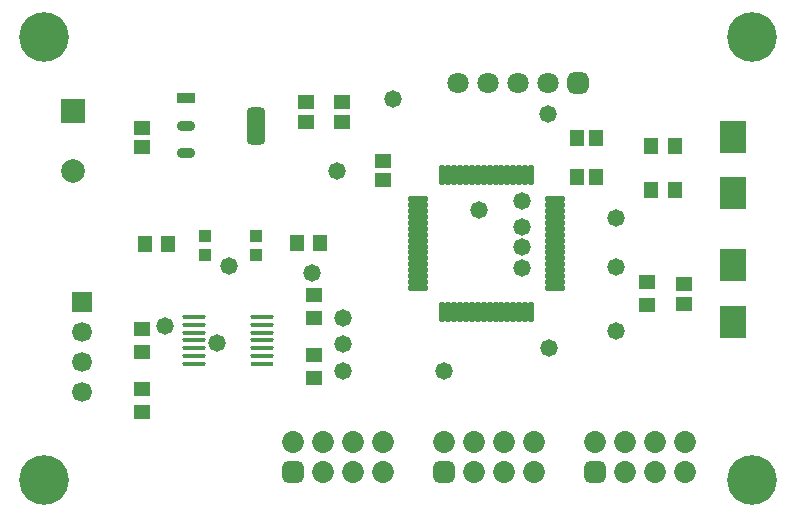
<source format=gts>
G04*
G04 #@! TF.GenerationSoftware,Altium Limited,Altium Designer,24.2.2 (26)*
G04*
G04 Layer_Color=8388736*
%FSLAX44Y44*%
%MOMM*%
G71*
G04*
G04 #@! TF.SameCoordinates,0955CF80-6420-4CC4-8797-52894B4AD841*
G04*
G04*
G04 #@! TF.FilePolarity,Negative*
G04*
G01*
G75*
%ADD16R,1.2546X1.4562*%
%ADD17R,1.4621X1.2581*%
%ADD18R,1.4562X1.2546*%
G04:AMPARAMS|DCode=19|XSize=1.6042mm|YSize=3.1798mm|CornerRadius=0.4411mm|HoleSize=0mm|Usage=FLASHONLY|Rotation=0.000|XOffset=0mm|YOffset=0mm|HoleType=Round|Shape=RoundedRectangle|*
%AMROUNDEDRECTD19*
21,1,1.6042,2.2975,0,0,0.0*
21,1,0.7219,3.1798,0,0,0.0*
1,1,0.8823,0.3609,-1.1488*
1,1,0.8823,-0.3609,-1.1488*
1,1,0.8823,-0.3609,1.1488*
1,1,0.8823,0.3609,1.1488*
%
%ADD19ROUNDEDRECTD19*%
G04:AMPARAMS|DCode=20|XSize=1.6042mm|YSize=0.8798mm|CornerRadius=0.4399mm|HoleSize=0mm|Usage=FLASHONLY|Rotation=0.000|XOffset=0mm|YOffset=0mm|HoleType=Round|Shape=RoundedRectangle|*
%AMROUNDEDRECTD20*
21,1,1.6042,0.0000,0,0,0.0*
21,1,0.7244,0.8798,0,0,0.0*
1,1,0.8798,0.3622,0.0000*
1,1,0.8798,-0.3622,0.0000*
1,1,0.8798,-0.3622,0.0000*
1,1,0.8798,0.3622,0.0000*
%
%ADD20ROUNDEDRECTD20*%
%ADD21R,1.6042X0.8798*%
%ADD23R,1.2581X1.4621*%
%ADD24R,2.2000X2.8000*%
G04:AMPARAMS|DCode=27|XSize=1.9554mm|YSize=0.4208mm|CornerRadius=0.2104mm|HoleSize=0mm|Usage=FLASHONLY|Rotation=180.000|XOffset=0mm|YOffset=0mm|HoleType=Round|Shape=RoundedRectangle|*
%AMROUNDEDRECTD27*
21,1,1.9554,0.0000,0,0,180.0*
21,1,1.5347,0.4208,0,0,180.0*
1,1,0.4208,-0.7673,0.0000*
1,1,0.4208,0.7673,0.0000*
1,1,0.4208,0.7673,0.0000*
1,1,0.4208,-0.7673,0.0000*
%
%ADD27ROUNDEDRECTD27*%
%ADD28R,1.9554X0.4208*%
%ADD29R,1.0032X1.0032*%
%ADD30O,1.8032X0.5032*%
%ADD31O,0.5032X1.8032*%
%ADD32C,1.8032*%
G04:AMPARAMS|DCode=33|XSize=1.8032mm|YSize=1.8032mm|CornerRadius=0.5016mm|HoleSize=0mm|Usage=FLASHONLY|Rotation=180.000|XOffset=0mm|YOffset=0mm|HoleType=Round|Shape=RoundedRectangle|*
%AMROUNDEDRECTD33*
21,1,1.8032,0.8000,0,0,180.0*
21,1,0.8000,1.8032,0,0,180.0*
1,1,1.0032,-0.4000,0.4000*
1,1,1.0032,0.4000,0.4000*
1,1,1.0032,0.4000,-0.4000*
1,1,1.0032,-0.4000,-0.4000*
%
%ADD33ROUNDEDRECTD33*%
%ADD34C,2.0032*%
%ADD35R,2.0032X2.0032*%
%ADD36C,4.2032*%
%ADD37C,1.8532*%
G04:AMPARAMS|DCode=38|XSize=1.8532mm|YSize=1.8532mm|CornerRadius=0.5141mm|HoleSize=0mm|Usage=FLASHONLY|Rotation=0.000|XOffset=0mm|YOffset=0mm|HoleType=Round|Shape=RoundedRectangle|*
%AMROUNDEDRECTD38*
21,1,1.8532,0.8250,0,0,0.0*
21,1,0.8250,1.8532,0,0,0.0*
1,1,1.0282,0.4125,-0.4125*
1,1,1.0282,-0.4125,-0.4125*
1,1,1.0282,-0.4125,0.4125*
1,1,1.0282,0.4125,0.4125*
%
%ADD38ROUNDEDRECTD38*%
%ADD39C,1.6900*%
%ADD40R,1.6900X1.6900*%
%ADD41C,1.4732*%
D16*
X476122Y281400D02*
D03*
X492638D02*
D03*
Y314150D02*
D03*
X476122D02*
D03*
D17*
X108000Y102080D02*
D03*
Y82540D02*
D03*
X253670Y162000D02*
D03*
Y181540D02*
D03*
X253670Y111430D02*
D03*
Y130970D02*
D03*
X108000Y152770D02*
D03*
Y133230D02*
D03*
X536000Y192270D02*
D03*
Y172730D02*
D03*
D18*
X107800Y322998D02*
D03*
Y306482D02*
D03*
X246860Y344798D02*
D03*
Y328282D02*
D03*
X277860Y344798D02*
D03*
Y328282D02*
D03*
X567250Y174242D02*
D03*
Y190758D02*
D03*
X312250Y295008D02*
D03*
Y278492D02*
D03*
D19*
X205000Y325000D02*
D03*
D20*
X145000Y302000D02*
D03*
Y325000D02*
D03*
D21*
Y348000D02*
D03*
D23*
X238980Y225750D02*
D03*
X258520D02*
D03*
X110730Y225000D02*
D03*
X130270D02*
D03*
X539480Y307500D02*
D03*
X559020D02*
D03*
X539480Y270000D02*
D03*
X559020D02*
D03*
D24*
X608250Y267500D02*
D03*
Y315500D02*
D03*
Y158500D02*
D03*
Y206500D02*
D03*
D27*
X151996Y123500D02*
D03*
Y130000D02*
D03*
Y136500D02*
D03*
Y143000D02*
D03*
Y149500D02*
D03*
Y156000D02*
D03*
Y162500D02*
D03*
X209504D02*
D03*
Y156000D02*
D03*
Y149500D02*
D03*
Y143000D02*
D03*
Y136500D02*
D03*
Y130000D02*
D03*
D28*
Y123500D02*
D03*
D29*
X161250Y231750D02*
D03*
Y215750D02*
D03*
X205000Y215500D02*
D03*
Y231500D02*
D03*
D30*
X342000Y262500D02*
D03*
Y257500D02*
D03*
Y252500D02*
D03*
Y247500D02*
D03*
Y242500D02*
D03*
Y237500D02*
D03*
Y232500D02*
D03*
Y227500D02*
D03*
Y222500D02*
D03*
Y217500D02*
D03*
Y212500D02*
D03*
Y207500D02*
D03*
Y202500D02*
D03*
Y197500D02*
D03*
Y192500D02*
D03*
Y187500D02*
D03*
X458000Y187500D02*
D03*
Y192500D02*
D03*
Y197500D02*
D03*
Y202500D02*
D03*
Y207500D02*
D03*
Y212500D02*
D03*
Y217500D02*
D03*
Y222500D02*
D03*
Y227500D02*
D03*
Y232500D02*
D03*
Y237500D02*
D03*
Y242500D02*
D03*
Y247500D02*
D03*
Y252500D02*
D03*
Y257500D02*
D03*
Y262500D02*
D03*
D31*
X362500Y167000D02*
D03*
X367500D02*
D03*
X372500D02*
D03*
X377500D02*
D03*
X382500D02*
D03*
X387500D02*
D03*
X392500D02*
D03*
X397500D02*
D03*
X402500D02*
D03*
X407500D02*
D03*
X412500D02*
D03*
X417500D02*
D03*
X422500D02*
D03*
X427500D02*
D03*
X432500D02*
D03*
X437500D02*
D03*
Y283000D02*
D03*
X432500D02*
D03*
X427500D02*
D03*
X422500D02*
D03*
X417500D02*
D03*
X412500D02*
D03*
X407500D02*
D03*
X402500D02*
D03*
X397500D02*
D03*
X392500D02*
D03*
X387500D02*
D03*
X382500D02*
D03*
X377500D02*
D03*
X372500D02*
D03*
X367500D02*
D03*
X362500D02*
D03*
D32*
X375950Y361250D02*
D03*
X401350D02*
D03*
X452150D02*
D03*
X426750D02*
D03*
D33*
X477550D02*
D03*
D34*
X50000Y286100D02*
D03*
D35*
Y336900D02*
D03*
D36*
X625000Y400000D02*
D03*
Y25000D02*
D03*
X25000Y25000D02*
D03*
Y400000D02*
D03*
D37*
X389050Y57200D02*
D03*
Y31800D02*
D03*
X363650Y57200D02*
D03*
X414450Y31800D02*
D03*
X439850D02*
D03*
X414450Y57200D02*
D03*
X439850D02*
D03*
X567850D02*
D03*
X542450D02*
D03*
X567850Y31800D02*
D03*
X542450D02*
D03*
X491650Y57200D02*
D03*
X517050Y31800D02*
D03*
Y57200D02*
D03*
X311850D02*
D03*
X286450D02*
D03*
X311850Y31800D02*
D03*
X286450D02*
D03*
X235650Y57200D02*
D03*
X261050Y31800D02*
D03*
Y57200D02*
D03*
D38*
X363650Y31800D02*
D03*
X491650D02*
D03*
X235650D02*
D03*
D39*
X57600Y99150D02*
D03*
Y124550D02*
D03*
Y149950D02*
D03*
D40*
Y175350D02*
D03*
D41*
X278350Y139810D02*
D03*
Y117420D02*
D03*
Y162180D02*
D03*
X252110Y199790D02*
D03*
X429500Y204750D02*
D03*
X509380Y205250D02*
D03*
X181920Y206000D02*
D03*
X364160Y117110D02*
D03*
X273200Y286470D02*
D03*
X453000Y136920D02*
D03*
X320940Y347740D02*
D03*
X509380Y151290D02*
D03*
Y246500D02*
D03*
X127750Y155000D02*
D03*
X393250Y253750D02*
D03*
X429500Y222000D02*
D03*
Y239250D02*
D03*
X172000Y140750D02*
D03*
X429500Y261250D02*
D03*
X451750Y334500D02*
D03*
M02*

</source>
